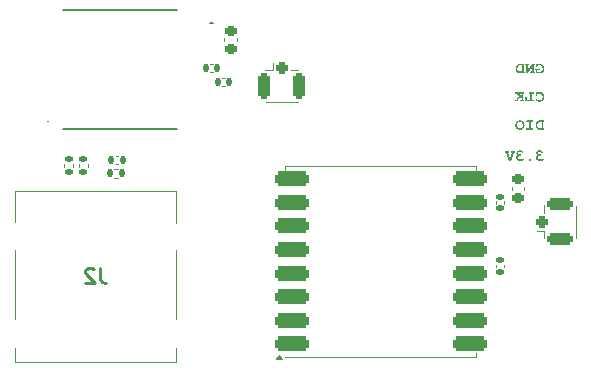
<source format=gbr>
%TF.GenerationSoftware,KiCad,Pcbnew,8.0.6*%
%TF.CreationDate,2024-11-10T20:59:16-05:00*%
%TF.ProjectId,VanguardFlightComputer,56616e67-7561-4726-9446-6c6967687443,rev?*%
%TF.SameCoordinates,Original*%
%TF.FileFunction,Legend,Bot*%
%TF.FilePolarity,Positive*%
%FSLAX46Y46*%
G04 Gerber Fmt 4.6, Leading zero omitted, Abs format (unit mm)*
G04 Created by KiCad (PCBNEW 8.0.6) date 2024-11-10 20:59:16*
%MOMM*%
%LPD*%
G01*
G04 APERTURE LIST*
G04 Aperture macros list*
%AMRoundRect*
0 Rectangle with rounded corners*
0 $1 Rounding radius*
0 $2 $3 $4 $5 $6 $7 $8 $9 X,Y pos of 4 corners*
0 Add a 4 corners polygon primitive as box body*
4,1,4,$2,$3,$4,$5,$6,$7,$8,$9,$2,$3,0*
0 Add four circle primitives for the rounded corners*
1,1,$1+$1,$2,$3*
1,1,$1+$1,$4,$5*
1,1,$1+$1,$6,$7*
1,1,$1+$1,$8,$9*
0 Add four rect primitives between the rounded corners*
20,1,$1+$1,$2,$3,$4,$5,0*
20,1,$1+$1,$4,$5,$6,$7,0*
20,1,$1+$1,$6,$7,$8,$9,0*
20,1,$1+$1,$8,$9,$2,$3,0*%
G04 Aperture macros list end*
%ADD10C,0.200000*%
%ADD11C,0.254000*%
%ADD12C,0.100000*%
%ADD13C,0.120000*%
%ADD14R,0.800000X1.200000*%
%ADD15R,1.500000X2.000000*%
%ADD16R,1.800000X0.700000*%
%ADD17R,1.800000X0.800000*%
%ADD18O,2.100000X1.100000*%
%ADD19O,2.600000X1.100000*%
%ADD20R,0.650000X0.700000*%
%ADD21C,2.600000*%
%ADD22C,3.800000*%
%ADD23R,1.700000X1.700000*%
%ADD24O,1.700000X1.700000*%
%ADD25RoundRect,0.250000X-0.250000X0.275000X-0.250000X-0.275000X0.250000X-0.275000X0.250000X0.275000X0*%
%ADD26RoundRect,0.250000X-0.275000X0.850000X-0.275000X-0.850000X0.275000X-0.850000X0.275000X0.850000X0*%
%ADD27RoundRect,0.140000X-0.170000X0.140000X-0.170000X-0.140000X0.170000X-0.140000X0.170000X0.140000X0*%
%ADD28RoundRect,0.140000X-0.140000X-0.170000X0.140000X-0.170000X0.140000X0.170000X-0.140000X0.170000X0*%
%ADD29RoundRect,0.225000X-0.250000X0.225000X-0.250000X-0.225000X0.250000X-0.225000X0.250000X0.225000X0*%
%ADD30RoundRect,0.135000X-0.135000X-0.185000X0.135000X-0.185000X0.135000X0.185000X-0.135000X0.185000X0*%
%ADD31RoundRect,0.250000X-0.275000X-0.250000X0.275000X-0.250000X0.275000X0.250000X-0.275000X0.250000X0*%
%ADD32RoundRect,0.250000X-0.850000X-0.275000X0.850000X-0.275000X0.850000X0.275000X-0.850000X0.275000X0*%
%ADD33RoundRect,0.317500X-1.157500X-0.317500X1.157500X-0.317500X1.157500X0.317500X-1.157500X0.317500X0*%
%ADD34RoundRect,0.140000X0.170000X-0.140000X0.170000X0.140000X-0.170000X0.140000X-0.170000X-0.140000X0*%
%ADD35RoundRect,0.135000X-0.185000X0.135000X-0.185000X-0.135000X0.185000X-0.135000X0.185000X0.135000X0*%
%ADD36RoundRect,0.140000X0.140000X0.170000X-0.140000X0.170000X-0.140000X-0.170000X0.140000X-0.170000X0*%
G04 APERTURE END LIST*
D10*
G36*
X142712215Y-86434336D02*
G01*
X142758478Y-86452330D01*
X142762319Y-86456055D01*
X142779972Y-86503133D01*
X142779785Y-86508935D01*
X142758722Y-86554180D01*
X142741343Y-86565165D01*
X142692777Y-86573475D01*
X142692777Y-87089316D01*
X142710947Y-87090251D01*
X142758478Y-87108855D01*
X142762319Y-87112580D01*
X142779972Y-87159658D01*
X142779783Y-87165460D01*
X142758478Y-87210704D01*
X142736020Y-87223197D01*
X142685938Y-87230000D01*
X142402861Y-87230000D01*
X142369733Y-87229248D01*
X142320846Y-87224920D01*
X142271906Y-87215454D01*
X142225052Y-87199225D01*
X142214153Y-87193936D01*
X142171649Y-87167982D01*
X142132728Y-87137676D01*
X142109265Y-87115282D01*
X142078594Y-87076023D01*
X142053349Y-87029965D01*
X142036106Y-86982179D01*
X142026021Y-86929834D01*
X142023063Y-86878290D01*
X142023063Y-86814054D01*
X142023111Y-86810879D01*
X142163991Y-86810879D01*
X142163991Y-86873161D01*
X142164683Y-86895244D01*
X142172956Y-86946465D01*
X142192323Y-86991618D01*
X142197830Y-87000041D01*
X142232578Y-87037901D01*
X142275854Y-87066845D01*
X142299790Y-87076676D01*
X142349625Y-87086660D01*
X142402372Y-87089316D01*
X142552093Y-87089316D01*
X142552093Y-86573475D01*
X142403838Y-86573475D01*
X142376604Y-86574436D01*
X142327442Y-86582130D01*
X142279030Y-86600830D01*
X142251795Y-86619849D01*
X142217946Y-86656509D01*
X142189392Y-86701458D01*
X142184853Y-86710388D01*
X142168853Y-86759160D01*
X142163991Y-86810879D01*
X142023111Y-86810879D01*
X142023323Y-86796808D01*
X142027750Y-86745451D01*
X142039672Y-86695108D01*
X142042884Y-86685988D01*
X142063259Y-86640196D01*
X142088764Y-86597166D01*
X142116767Y-86558017D01*
X142151535Y-86519497D01*
X142167374Y-86505947D01*
X142211412Y-86477938D01*
X142257048Y-86457948D01*
X142289975Y-86447262D01*
X142340109Y-86436958D01*
X142391137Y-86433524D01*
X142685938Y-86432791D01*
X142712215Y-86434336D01*
G37*
G36*
X141467166Y-86573475D02*
G01*
X141467166Y-87089316D01*
X141325017Y-87089316D01*
X141275022Y-87096204D01*
X141252721Y-87108855D01*
X141231175Y-87153857D01*
X141230983Y-87159658D01*
X141247626Y-87205632D01*
X141252721Y-87210704D01*
X141298759Y-87228473D01*
X141325017Y-87230000D01*
X141750244Y-87230000D01*
X141800325Y-87223197D01*
X141822784Y-87210704D01*
X141844088Y-87165460D01*
X141844277Y-87159658D01*
X141826625Y-87112580D01*
X141822784Y-87108855D01*
X141776521Y-87090861D01*
X141750244Y-87089316D01*
X141608094Y-87089316D01*
X141608094Y-86573475D01*
X141750244Y-86573475D01*
X141800325Y-86566672D01*
X141822784Y-86554180D01*
X141844088Y-86508935D01*
X141844277Y-86503133D01*
X141826625Y-86456055D01*
X141822784Y-86452330D01*
X141776521Y-86434336D01*
X141750244Y-86432791D01*
X141325017Y-86432791D01*
X141275022Y-86439679D01*
X141252721Y-86452330D01*
X141231175Y-86497332D01*
X141230983Y-86503133D01*
X141247626Y-86549108D01*
X141252721Y-86554180D01*
X141298759Y-86571948D01*
X141325017Y-86573475D01*
X141467166Y-86573475D01*
G37*
G36*
X140714577Y-86417543D02*
G01*
X140765808Y-86423296D01*
X140815098Y-86435953D01*
X140862448Y-86455513D01*
X140907857Y-86481977D01*
X140951325Y-86515345D01*
X140968302Y-86530920D01*
X141005952Y-86572304D01*
X141036757Y-86617183D01*
X141060716Y-86665555D01*
X141077830Y-86717422D01*
X141088098Y-86772784D01*
X141091521Y-86831639D01*
X141090973Y-86855599D01*
X141084812Y-86913035D01*
X141071806Y-86966954D01*
X141051954Y-87017354D01*
X141025257Y-87064236D01*
X140991714Y-87107600D01*
X140951325Y-87147445D01*
X140937051Y-87159335D01*
X140892936Y-87190402D01*
X140846880Y-87214564D01*
X140798884Y-87231824D01*
X140748946Y-87242179D01*
X140697069Y-87245631D01*
X140658513Y-87243788D01*
X140602868Y-87234111D01*
X140549851Y-87216139D01*
X140499462Y-87189872D01*
X140459478Y-87161647D01*
X140421318Y-87127662D01*
X140406885Y-87112652D01*
X140374876Y-87073092D01*
X140348687Y-87030621D01*
X140328317Y-86985240D01*
X140313768Y-86936950D01*
X140305038Y-86885750D01*
X140302128Y-86831639D01*
X140443056Y-86831639D01*
X140443132Y-86839018D01*
X140447910Y-86888411D01*
X140462473Y-86940022D01*
X140486745Y-86986474D01*
X140520725Y-87027766D01*
X140550515Y-87053996D01*
X140592586Y-87080527D01*
X140643127Y-87098842D01*
X140697069Y-87104947D01*
X140739138Y-87101231D01*
X140790308Y-87085530D01*
X140833036Y-87061258D01*
X140873168Y-87027278D01*
X140877931Y-87022384D01*
X140910595Y-86980401D01*
X140933580Y-86933381D01*
X140946888Y-86881323D01*
X140950593Y-86831639D01*
X140950517Y-86824320D01*
X140945754Y-86775265D01*
X140931236Y-86723867D01*
X140907041Y-86677446D01*
X140873168Y-86636001D01*
X140843312Y-86609439D01*
X140801233Y-86582573D01*
X140750793Y-86564026D01*
X140697069Y-86557843D01*
X140654820Y-86561560D01*
X140603524Y-86577260D01*
X140560781Y-86601532D01*
X140520725Y-86635512D01*
X140515947Y-86640407D01*
X140483180Y-86682428D01*
X140460122Y-86729548D01*
X140446773Y-86781766D01*
X140443056Y-86831639D01*
X140302128Y-86831639D01*
X140302593Y-86809588D01*
X140307831Y-86756521D01*
X140318889Y-86706400D01*
X140335767Y-86659225D01*
X140358464Y-86614995D01*
X140386981Y-86573711D01*
X140421318Y-86535373D01*
X140443995Y-86514247D01*
X140483249Y-86483654D01*
X140532763Y-86454563D01*
X140584904Y-86433783D01*
X140639672Y-86421315D01*
X140697069Y-86417159D01*
X140714577Y-86417543D01*
G37*
G36*
X142176936Y-89374242D02*
G01*
X142137701Y-89403814D01*
X142103458Y-89439563D01*
X142083635Y-89468764D01*
X142063552Y-89514559D01*
X142053707Y-89564627D01*
X142052616Y-89589176D01*
X142058387Y-89641520D01*
X142075697Y-89690842D01*
X142093649Y-89722044D01*
X142126049Y-89760502D01*
X142167165Y-89791919D01*
X142212107Y-89814368D01*
X142259484Y-89829480D01*
X142308020Y-89838762D01*
X142362600Y-89844135D01*
X142415317Y-89845631D01*
X142464405Y-89844415D01*
X142518101Y-89839743D01*
X142573561Y-89829866D01*
X142621284Y-89815220D01*
X142661270Y-89795806D01*
X142698398Y-89760729D01*
X142707187Y-89728639D01*
X142690538Y-89682495D01*
X142686915Y-89678569D01*
X142641391Y-89658133D01*
X142637822Y-89658053D01*
X142596545Y-89670753D01*
X142551543Y-89692768D01*
X142539637Y-89696154D01*
X142490666Y-89702749D01*
X142439547Y-89704870D01*
X142426308Y-89704947D01*
X142375808Y-89703521D01*
X142326052Y-89698400D01*
X142275791Y-89686760D01*
X142248499Y-89675150D01*
X142209054Y-89641794D01*
X142193598Y-89594266D01*
X142193545Y-89590886D01*
X142206043Y-89541656D01*
X142225540Y-89513217D01*
X142262787Y-89479938D01*
X142307688Y-89456615D01*
X142311025Y-89455331D01*
X142359171Y-89444460D01*
X142410764Y-89439493D01*
X142415317Y-89439211D01*
X142462954Y-89423394D01*
X142469295Y-89417718D01*
X142488083Y-89371379D01*
X142488101Y-89369602D01*
X142471251Y-89322974D01*
X142467585Y-89319043D01*
X142423026Y-89298848D01*
X142415317Y-89298527D01*
X142366464Y-89298387D01*
X142340334Y-89297794D01*
X142292463Y-89284918D01*
X142285624Y-89281674D01*
X142246701Y-89251290D01*
X142241172Y-89244061D01*
X142224385Y-89197893D01*
X142224319Y-89194724D01*
X142241359Y-89146458D01*
X142263886Y-89124870D01*
X142309621Y-89103658D01*
X142358651Y-89096039D01*
X142382344Y-89095317D01*
X142435710Y-89100263D01*
X142486124Y-89117360D01*
X142527187Y-89146669D01*
X142537683Y-89157843D01*
X142563084Y-89181046D01*
X142595324Y-89189106D01*
X142642279Y-89170645D01*
X142644905Y-89168101D01*
X142665101Y-89123435D01*
X142665422Y-89115833D01*
X142649607Y-89067962D01*
X142613468Y-89030145D01*
X142602163Y-89021556D01*
X142559681Y-88995479D01*
X142512804Y-88975808D01*
X142461533Y-88962541D01*
X142405868Y-88955679D01*
X142372086Y-88954633D01*
X142317491Y-88958011D01*
X142267828Y-88968144D01*
X142217109Y-88987996D01*
X142172833Y-89016672D01*
X142162770Y-89025219D01*
X142128148Y-89062314D01*
X142101023Y-89108351D01*
X142086417Y-89158948D01*
X142083635Y-89195212D01*
X142089497Y-89245099D01*
X142107083Y-89291688D01*
X142136147Y-89334675D01*
X142171196Y-89369483D01*
X142176936Y-89374242D01*
G37*
G36*
X141430286Y-89751842D02*
G01*
X141443677Y-89800685D01*
X141458618Y-89818764D01*
X141502028Y-89841853D01*
X141536043Y-89845631D01*
X141584901Y-89837130D01*
X141613712Y-89818764D01*
X141639057Y-89775589D01*
X141641800Y-89751842D01*
X141628524Y-89702999D01*
X141613712Y-89684919D01*
X141570092Y-89661831D01*
X141536043Y-89658053D01*
X141487262Y-89666553D01*
X141458618Y-89684919D01*
X141433052Y-89728095D01*
X141430286Y-89751842D01*
G37*
G36*
X140496545Y-89374242D02*
G01*
X140457310Y-89403814D01*
X140423067Y-89439563D01*
X140403244Y-89468764D01*
X140383161Y-89514559D01*
X140373316Y-89564627D01*
X140372226Y-89589176D01*
X140377996Y-89641520D01*
X140395307Y-89690842D01*
X140413258Y-89722044D01*
X140445658Y-89760502D01*
X140486775Y-89791919D01*
X140531716Y-89814368D01*
X140579093Y-89829480D01*
X140627629Y-89838762D01*
X140682209Y-89844135D01*
X140734926Y-89845631D01*
X140784015Y-89844415D01*
X140837710Y-89839743D01*
X140893170Y-89829866D01*
X140940893Y-89815220D01*
X140980879Y-89795806D01*
X141018008Y-89760729D01*
X141026796Y-89728639D01*
X141010147Y-89682495D01*
X141006524Y-89678569D01*
X140961001Y-89658133D01*
X140957431Y-89658053D01*
X140916154Y-89670753D01*
X140871152Y-89692768D01*
X140859246Y-89696154D01*
X140810275Y-89702749D01*
X140759156Y-89704870D01*
X140745917Y-89704947D01*
X140695418Y-89703521D01*
X140645661Y-89698400D01*
X140595400Y-89686760D01*
X140568108Y-89675150D01*
X140528663Y-89641794D01*
X140513207Y-89594266D01*
X140513154Y-89590886D01*
X140525652Y-89541656D01*
X140545150Y-89513217D01*
X140582397Y-89479938D01*
X140627298Y-89456615D01*
X140630635Y-89455331D01*
X140678780Y-89444460D01*
X140730373Y-89439493D01*
X140734926Y-89439211D01*
X140782563Y-89423394D01*
X140788904Y-89417718D01*
X140807692Y-89371379D01*
X140807711Y-89369602D01*
X140790861Y-89322974D01*
X140787194Y-89319043D01*
X140742635Y-89298848D01*
X140734926Y-89298527D01*
X140686073Y-89298387D01*
X140659944Y-89297794D01*
X140612072Y-89284918D01*
X140605233Y-89281674D01*
X140566310Y-89251290D01*
X140560781Y-89244061D01*
X140543994Y-89197893D01*
X140543928Y-89194724D01*
X140560969Y-89146458D01*
X140583496Y-89124870D01*
X140629230Y-89103658D01*
X140678260Y-89096039D01*
X140701953Y-89095317D01*
X140755320Y-89100263D01*
X140805733Y-89117360D01*
X140846796Y-89146669D01*
X140857292Y-89157843D01*
X140882693Y-89181046D01*
X140914933Y-89189106D01*
X140961888Y-89170645D01*
X140964515Y-89168101D01*
X140984710Y-89123435D01*
X140985031Y-89115833D01*
X140969216Y-89067962D01*
X140933077Y-89030145D01*
X140921772Y-89021556D01*
X140879290Y-88995479D01*
X140832413Y-88975808D01*
X140781143Y-88962541D01*
X140725477Y-88955679D01*
X140691695Y-88954633D01*
X140637100Y-88958011D01*
X140587437Y-88968144D01*
X140536718Y-88987996D01*
X140492442Y-89016672D01*
X140482379Y-89025219D01*
X140447758Y-89062314D01*
X140420632Y-89108351D01*
X140406027Y-89158948D01*
X140403244Y-89195212D01*
X140409106Y-89245099D01*
X140426692Y-89291688D01*
X140455757Y-89334675D01*
X140490806Y-89369483D01*
X140496545Y-89374242D01*
G37*
G36*
X139857606Y-89633384D02*
G01*
X139653663Y-89173475D01*
X139685903Y-89173475D01*
X139735985Y-89166672D01*
X139758443Y-89154180D01*
X139779748Y-89108935D01*
X139779937Y-89103133D01*
X139762284Y-89056055D01*
X139758443Y-89052330D01*
X139712181Y-89034336D01*
X139685903Y-89032791D01*
X139497103Y-89032791D01*
X139446904Y-89039679D01*
X139424563Y-89052330D01*
X139403017Y-89097332D01*
X139402826Y-89103133D01*
X139422951Y-89148934D01*
X139435799Y-89160530D01*
X139483364Y-89173020D01*
X139500523Y-89173475D01*
X139789706Y-89830000D01*
X139925017Y-89830000D01*
X140213468Y-89173475D01*
X140262068Y-89168323D01*
X140278681Y-89160286D01*
X140309045Y-89120392D01*
X140311653Y-89103133D01*
X140293801Y-89056055D01*
X140289916Y-89052330D01*
X140243878Y-89034336D01*
X140217620Y-89032791D01*
X140027355Y-89032791D01*
X139977767Y-89039679D01*
X139955547Y-89052330D01*
X139934001Y-89097332D01*
X139933810Y-89103133D01*
X139951462Y-89150411D01*
X139955303Y-89154180D01*
X140001116Y-89171948D01*
X140027355Y-89173475D01*
X140060327Y-89173475D01*
X139857606Y-89633384D01*
G37*
G36*
X142156908Y-84079685D02*
G01*
X142128576Y-84044515D01*
X142095115Y-84032791D01*
X142048321Y-84049841D01*
X142044556Y-84053551D01*
X142026238Y-84100400D01*
X142025017Y-84123161D01*
X142025017Y-84238688D01*
X142031905Y-84287287D01*
X142044556Y-84309030D01*
X142089400Y-84329608D01*
X142095115Y-84329790D01*
X142140544Y-84315380D01*
X142163732Y-84270660D01*
X142165945Y-84261158D01*
X142185240Y-84220125D01*
X142226516Y-84190528D01*
X142263886Y-84174940D01*
X142314323Y-84162117D01*
X142365003Y-84157843D01*
X142414708Y-84162035D01*
X142464449Y-84175927D01*
X142481263Y-84183244D01*
X142525087Y-84211548D01*
X142561595Y-84248713D01*
X142574563Y-84265799D01*
X142599270Y-84311537D01*
X142611901Y-84358834D01*
X142615108Y-84401353D01*
X142615108Y-84485617D01*
X142609273Y-84535920D01*
X142589104Y-84586056D01*
X142558634Y-84625999D01*
X142541346Y-84642177D01*
X142500771Y-84669639D01*
X142453053Y-84689255D01*
X142398189Y-84701024D01*
X142344324Y-84704886D01*
X142336182Y-84704947D01*
X142285138Y-84702321D01*
X142235971Y-84693465D01*
X142203558Y-84682721D01*
X142160417Y-84655112D01*
X142136392Y-84631919D01*
X142101953Y-84602365D01*
X142073866Y-84595526D01*
X142028331Y-84613379D01*
X142024284Y-84617264D01*
X142003222Y-84662640D01*
X142003035Y-84668066D01*
X142019247Y-84714595D01*
X142031856Y-84731081D01*
X142069939Y-84767344D01*
X142112105Y-84794736D01*
X142139811Y-84808018D01*
X142191131Y-84826200D01*
X142239182Y-84837366D01*
X142289523Y-84843831D01*
X142335450Y-84845631D01*
X142388980Y-84843294D01*
X142440149Y-84836281D01*
X142488957Y-84824594D01*
X142535404Y-84808231D01*
X142560886Y-84796782D01*
X142604605Y-84771226D01*
X142644537Y-84738522D01*
X142680683Y-84698669D01*
X142699127Y-84673440D01*
X142724025Y-84630346D01*
X142743531Y-84579567D01*
X142754035Y-84526353D01*
X142756036Y-84489525D01*
X142756036Y-84399155D01*
X142752845Y-84348002D01*
X142743274Y-84298588D01*
X142727322Y-84250915D01*
X142704989Y-84204982D01*
X142676886Y-84162499D01*
X142643867Y-84125176D01*
X142605933Y-84093012D01*
X142563084Y-84066008D01*
X142516983Y-84044637D01*
X142469539Y-84029371D01*
X142420751Y-84020212D01*
X142370621Y-84017159D01*
X142318521Y-84020105D01*
X142269508Y-84028940D01*
X142256071Y-84032547D01*
X142207764Y-84050568D01*
X142162676Y-84075780D01*
X142156908Y-84079685D01*
G37*
G36*
X141596371Y-84173475D02*
G01*
X141596371Y-84689316D01*
X141292777Y-84689316D01*
X141292777Y-84548632D01*
X141285888Y-84498840D01*
X141273237Y-84476580D01*
X141227793Y-84455034D01*
X141221946Y-84454842D01*
X141175395Y-84472695D01*
X141171632Y-84476580D01*
X141153414Y-84522492D01*
X141151849Y-84548632D01*
X141151849Y-84830000D01*
X141818876Y-84830000D01*
X141869161Y-84823197D01*
X141891660Y-84810704D01*
X141912965Y-84765460D01*
X141913154Y-84759658D01*
X141895501Y-84712580D01*
X141891660Y-84708855D01*
X141845271Y-84690861D01*
X141818876Y-84689316D01*
X141737299Y-84689316D01*
X141737299Y-84173475D01*
X141818876Y-84173475D01*
X141869161Y-84166672D01*
X141891660Y-84154180D01*
X141912965Y-84108935D01*
X141913154Y-84103133D01*
X141895501Y-84056055D01*
X141891660Y-84052330D01*
X141845271Y-84034336D01*
X141818876Y-84032791D01*
X141514061Y-84032791D01*
X141463979Y-84039679D01*
X141441521Y-84052330D01*
X141419974Y-84097332D01*
X141419783Y-84103133D01*
X141436426Y-84149108D01*
X141441521Y-84154180D01*
X141487784Y-84171948D01*
X141514061Y-84173475D01*
X141596371Y-84173475D01*
G37*
G36*
X140844103Y-84509797D02*
G01*
X140844103Y-84689316D01*
X140793300Y-84689316D01*
X140743305Y-84696204D01*
X140721004Y-84708855D01*
X140699458Y-84753857D01*
X140699267Y-84759658D01*
X140715910Y-84805632D01*
X140721004Y-84810704D01*
X140767042Y-84828473D01*
X140793300Y-84830000D01*
X141007013Y-84830000D01*
X141057094Y-84823197D01*
X141079553Y-84810704D01*
X141100857Y-84765460D01*
X141101046Y-84759658D01*
X141082993Y-84712580D01*
X141079064Y-84708855D01*
X141032955Y-84690861D01*
X141007013Y-84689316D01*
X140985031Y-84689316D01*
X140985031Y-84173475D01*
X141007013Y-84173475D01*
X141057094Y-84166672D01*
X141079553Y-84154180D01*
X141100857Y-84108935D01*
X141101046Y-84103133D01*
X141083394Y-84056055D01*
X141079553Y-84052330D01*
X141033290Y-84034336D01*
X141007013Y-84032791D01*
X140793300Y-84032791D01*
X140743305Y-84039679D01*
X140721004Y-84052330D01*
X140699458Y-84097332D01*
X140699267Y-84103133D01*
X140715910Y-84149108D01*
X140721004Y-84154180D01*
X140767042Y-84171948D01*
X140793300Y-84173475D01*
X140844103Y-84173475D01*
X140844103Y-84345422D01*
X140593998Y-84173475D01*
X140624284Y-84158087D01*
X140632588Y-84110949D01*
X140617287Y-84063692D01*
X140611095Y-84056238D01*
X140564832Y-84034646D01*
X140538555Y-84032791D01*
X140394940Y-84032791D01*
X140344859Y-84039679D01*
X140322400Y-84052330D01*
X140300853Y-84097332D01*
X140300662Y-84103133D01*
X140317305Y-84149108D01*
X140322400Y-84154180D01*
X140368608Y-84172269D01*
X140390055Y-84173475D01*
X140642847Y-84355680D01*
X140599436Y-84385547D01*
X140561835Y-84419647D01*
X140525625Y-84460586D01*
X140509979Y-84480976D01*
X140479723Y-84525505D01*
X140454702Y-84568600D01*
X140431037Y-84615551D01*
X140408727Y-84666360D01*
X140399581Y-84689316D01*
X140361967Y-84689316D01*
X140312380Y-84696204D01*
X140290160Y-84708855D01*
X140268613Y-84753857D01*
X140268422Y-84759658D01*
X140286075Y-84806935D01*
X140289916Y-84810704D01*
X140335729Y-84828473D01*
X140361967Y-84830000D01*
X140489706Y-84830000D01*
X140509338Y-84782595D01*
X140529764Y-84736126D01*
X140550985Y-84690592D01*
X140573001Y-84645993D01*
X140585938Y-84620928D01*
X140612070Y-84574693D01*
X140639824Y-84533753D01*
X140666538Y-84503203D01*
X140705532Y-84471847D01*
X140751074Y-84446931D01*
X140757641Y-84444096D01*
X140844103Y-84509797D01*
G37*
G36*
X142023063Y-82179895D02*
G01*
X142023063Y-82360390D01*
X142069026Y-82382998D01*
X142116466Y-82403797D01*
X142163874Y-82421152D01*
X142185484Y-82427557D01*
X142237188Y-82438571D01*
X142287237Y-82444201D01*
X142330076Y-82445631D01*
X142383062Y-82443723D01*
X142434063Y-82437998D01*
X142483079Y-82428458D01*
X142530111Y-82415101D01*
X142576039Y-82397538D01*
X142621015Y-82373060D01*
X142643684Y-82355994D01*
X142678800Y-82318080D01*
X142706964Y-82275238D01*
X142720376Y-82250237D01*
X142738795Y-82204804D01*
X142750391Y-82156127D01*
X142755167Y-82104206D01*
X142755303Y-82093433D01*
X142755303Y-81997201D01*
X142752281Y-81948197D01*
X142741114Y-81893565D01*
X142721720Y-81841668D01*
X142694097Y-81792506D01*
X142669330Y-81759064D01*
X142631270Y-81718184D01*
X142589144Y-81684232D01*
X142542952Y-81657209D01*
X142492692Y-81637115D01*
X142438366Y-81623950D01*
X142379973Y-81617714D01*
X142355478Y-81617159D01*
X142306163Y-81620151D01*
X142255817Y-81629997D01*
X142246057Y-81632791D01*
X142198465Y-81650880D01*
X142153235Y-81675839D01*
X142147383Y-81679685D01*
X142116170Y-81641767D01*
X142092428Y-81632791D01*
X142046035Y-81650443D01*
X142042358Y-81654284D01*
X142024589Y-81700574D01*
X142023063Y-81727069D01*
X142023063Y-81819148D01*
X142029951Y-81869724D01*
X142042602Y-81892421D01*
X142087446Y-81913968D01*
X142093161Y-81914159D01*
X142135659Y-81899260D01*
X142158618Y-81854563D01*
X142178167Y-81809283D01*
X142179623Y-81807669D01*
X142223541Y-81780833D01*
X142245324Y-81772986D01*
X142295150Y-81761629D01*
X142347185Y-81757858D01*
X142350837Y-81757843D01*
X142401050Y-81760944D01*
X142451325Y-81771517D01*
X142496406Y-81789595D01*
X142536119Y-81819251D01*
X142568106Y-81857368D01*
X142577494Y-81871416D01*
X142600117Y-81916490D01*
X142612299Y-81964518D01*
X142614619Y-81998178D01*
X142614619Y-82091967D01*
X142610528Y-82141091D01*
X142596145Y-82188837D01*
X142568019Y-82232553D01*
X142549162Y-82250725D01*
X142506100Y-82276936D01*
X142457572Y-82293033D01*
X142407196Y-82301558D01*
X142358137Y-82304735D01*
X142340579Y-82304947D01*
X142287408Y-82302687D01*
X142236981Y-82295905D01*
X142189297Y-82284603D01*
X142163991Y-82276371D01*
X142163991Y-82179895D01*
X142307362Y-82179895D01*
X142357647Y-82173093D01*
X142380146Y-82160600D01*
X142401451Y-82115355D01*
X142401639Y-82109553D01*
X142383987Y-82062476D01*
X142380146Y-82058750D01*
X142333757Y-82040757D01*
X142307362Y-82039211D01*
X142057501Y-82039211D01*
X142007420Y-82046099D01*
X141984961Y-82058750D01*
X141963415Y-82103753D01*
X141963224Y-82109553D01*
X141976318Y-82158110D01*
X141978122Y-82160600D01*
X142023063Y-82179895D01*
G37*
G36*
X141713852Y-81887292D02*
G01*
X141713852Y-82289316D01*
X141663049Y-82289316D01*
X141613054Y-82296204D01*
X141590753Y-82308855D01*
X141569207Y-82353857D01*
X141569016Y-82359658D01*
X141585658Y-82405632D01*
X141590753Y-82410704D01*
X141636791Y-82428473D01*
X141663049Y-82430000D01*
X141847941Y-82430000D01*
X141898022Y-82423197D01*
X141920481Y-82410704D01*
X141941785Y-82365460D01*
X141941974Y-82359658D01*
X141924523Y-82312580D01*
X141920725Y-82308855D01*
X141873129Y-82290251D01*
X141854780Y-82289316D01*
X141854780Y-81773475D01*
X141876762Y-81773475D01*
X141926843Y-81766672D01*
X141949302Y-81754180D01*
X141970606Y-81708935D01*
X141970795Y-81703133D01*
X141953143Y-81656055D01*
X141949302Y-81652330D01*
X141903039Y-81634336D01*
X141876762Y-81632791D01*
X141713852Y-81632791D01*
X141353838Y-82173545D01*
X141353838Y-81773475D01*
X141404640Y-81773475D01*
X141454926Y-81766672D01*
X141477424Y-81754180D01*
X141498729Y-81708935D01*
X141498918Y-81703133D01*
X141481266Y-81656055D01*
X141477424Y-81652330D01*
X141431036Y-81634336D01*
X141404640Y-81632791D01*
X141219993Y-81632791D01*
X141169997Y-81639679D01*
X141147697Y-81652330D01*
X141126150Y-81697332D01*
X141125959Y-81703133D01*
X141143411Y-81750411D01*
X141147208Y-81754180D01*
X141194274Y-81772551D01*
X141212421Y-81773475D01*
X141212421Y-82430000D01*
X141351884Y-82430000D01*
X141713852Y-81887292D01*
G37*
G36*
X141031825Y-81634336D02*
G01*
X141078087Y-81652330D01*
X141081929Y-81656055D01*
X141099581Y-81703133D01*
X141099394Y-81708935D01*
X141078332Y-81754180D01*
X141060952Y-81765165D01*
X141012386Y-81773475D01*
X141012386Y-82289316D01*
X141030557Y-82290251D01*
X141078087Y-82308855D01*
X141081929Y-82312580D01*
X141099581Y-82359658D01*
X141099392Y-82365460D01*
X141078087Y-82410704D01*
X141055629Y-82423197D01*
X141005547Y-82430000D01*
X140722470Y-82430000D01*
X140689342Y-82429248D01*
X140640455Y-82424920D01*
X140591516Y-82415454D01*
X140544661Y-82399225D01*
X140533762Y-82393936D01*
X140491258Y-82367982D01*
X140452337Y-82337676D01*
X140428875Y-82315282D01*
X140398203Y-82276023D01*
X140372958Y-82229965D01*
X140355715Y-82182179D01*
X140345630Y-82129834D01*
X140342672Y-82078290D01*
X140342672Y-82014054D01*
X140342720Y-82010879D01*
X140483600Y-82010879D01*
X140483600Y-82073161D01*
X140484292Y-82095244D01*
X140492565Y-82146465D01*
X140511933Y-82191618D01*
X140517439Y-82200041D01*
X140552187Y-82237901D01*
X140595464Y-82266845D01*
X140619399Y-82276676D01*
X140669234Y-82286660D01*
X140721981Y-82289316D01*
X140871702Y-82289316D01*
X140871702Y-81773475D01*
X140723447Y-81773475D01*
X140696213Y-81774436D01*
X140647051Y-81782130D01*
X140598639Y-81800830D01*
X140571404Y-81819849D01*
X140537555Y-81856509D01*
X140509002Y-81901458D01*
X140504462Y-81910388D01*
X140488462Y-81959160D01*
X140483600Y-82010879D01*
X140342720Y-82010879D01*
X140342932Y-81996808D01*
X140347360Y-81945451D01*
X140359281Y-81895108D01*
X140362493Y-81885988D01*
X140382868Y-81840196D01*
X140408374Y-81797166D01*
X140436377Y-81758017D01*
X140471144Y-81719497D01*
X140486983Y-81705947D01*
X140531022Y-81677938D01*
X140576657Y-81657948D01*
X140609584Y-81647262D01*
X140659719Y-81636958D01*
X140710746Y-81633524D01*
X141005547Y-81632791D01*
X141031825Y-81634336D01*
G37*
D11*
X105173332Y-98929318D02*
X105173332Y-99836461D01*
X105173332Y-99836461D02*
X105233809Y-100017889D01*
X105233809Y-100017889D02*
X105354761Y-100138842D01*
X105354761Y-100138842D02*
X105536190Y-100199318D01*
X105536190Y-100199318D02*
X105657142Y-100199318D01*
X104629047Y-99050270D02*
X104568571Y-98989794D01*
X104568571Y-98989794D02*
X104447618Y-98929318D01*
X104447618Y-98929318D02*
X104145237Y-98929318D01*
X104145237Y-98929318D02*
X104024285Y-98989794D01*
X104024285Y-98989794D02*
X103963809Y-99050270D01*
X103963809Y-99050270D02*
X103903332Y-99171222D01*
X103903332Y-99171222D02*
X103903332Y-99292175D01*
X103903332Y-99292175D02*
X103963809Y-99473603D01*
X103963809Y-99473603D02*
X104689523Y-100199318D01*
X104689523Y-100199318D02*
X103903332Y-100199318D01*
D12*
%TO.C,J2*%
X111550000Y-92400000D02*
X111550000Y-95125000D01*
X97950000Y-92400000D02*
X111550000Y-92400000D01*
X97950000Y-95025000D02*
X97950000Y-92400000D01*
X111550000Y-103225000D02*
X111550000Y-97425000D01*
X97950000Y-103225000D02*
X97950000Y-97425000D01*
X111550000Y-106850000D02*
X111550000Y-105725000D01*
X97950000Y-106850000D02*
X111550000Y-106850000D01*
X97950000Y-105725000D02*
X97950000Y-106850000D01*
X97975000Y-102225000D02*
X97975000Y-102225000D01*
X97975000Y-102325000D02*
X97975000Y-102325000D01*
X97975000Y-102225000D02*
G75*
G02*
X97975000Y-102325000I0J-50000D01*
G01*
X97975000Y-102325000D02*
G75*
G02*
X97975000Y-102225000I0J50000D01*
G01*
%TO.C,IC3*%
X100650000Y-86500000D02*
X100650000Y-86500000D01*
X100750000Y-86500000D02*
X100750000Y-86500000D01*
D10*
X111650000Y-87150000D02*
X102050000Y-87150000D01*
X111650000Y-77050000D02*
X102050000Y-77050000D01*
D12*
X100650000Y-86500000D02*
G75*
G02*
X100750000Y-86500000I50000J0D01*
G01*
X100750000Y-86500000D02*
G75*
G02*
X100650000Y-86500000I-50000J0D01*
G01*
D10*
%TO.C,D2*%
X114750000Y-78200000D02*
X114450000Y-78200000D01*
D13*
%TO.C,J3*%
X119765000Y-81535000D02*
X119765000Y-82165000D01*
X119765000Y-82165000D02*
X119125000Y-82165000D01*
X121285000Y-82165000D02*
X121925000Y-82165000D01*
X121875000Y-84885000D02*
X119175000Y-84885000D01*
%TO.C,C39*%
X138640000Y-93507836D02*
X138640000Y-93292164D01*
X139360000Y-93507836D02*
X139360000Y-93292164D01*
%TO.C,C28*%
X106707836Y-89440000D02*
X106492164Y-89440000D01*
X106707836Y-90160000D02*
X106492164Y-90160000D01*
%TO.C,FB2*%
X115690000Y-79740580D02*
X115690000Y-79459420D01*
X116710000Y-79740580D02*
X116710000Y-79459420D01*
%TO.C,R6*%
X106667795Y-90513046D02*
X106360513Y-90513046D01*
X106667795Y-91273046D02*
X106360513Y-91273046D01*
%TO.C,C29*%
X115707836Y-82840000D02*
X115492164Y-82840000D01*
X115707836Y-83560000D02*
X115492164Y-83560000D01*
%TO.C,J4*%
X142135000Y-95760000D02*
X142765000Y-95760000D01*
X142765000Y-94240000D02*
X142765000Y-93600000D01*
X142765000Y-95760000D02*
X142765000Y-96400000D01*
X145485000Y-93650000D02*
X145485000Y-96350000D01*
%TO.C,U7*%
X120825000Y-90300000D02*
X120825000Y-90700000D01*
X137025000Y-90300000D02*
X120825000Y-90300000D01*
X137025000Y-90700000D02*
X137025000Y-90300000D01*
X137025000Y-106100000D02*
X137025000Y-106500000D01*
X137025000Y-106500000D02*
X120825000Y-106500000D01*
X120565000Y-106636000D02*
X120085000Y-106636000D01*
X120325000Y-106300000D01*
X120565000Y-106636000D01*
G36*
X120565000Y-106636000D02*
G01*
X120085000Y-106636000D01*
X120325000Y-106300000D01*
X120565000Y-106636000D01*
G37*
%TO.C,FB3*%
X139990000Y-92340580D02*
X139990000Y-92059420D01*
X141010000Y-92340580D02*
X141010000Y-92059420D01*
%TO.C,C38*%
X138640000Y-98642164D02*
X138640000Y-98857836D01*
X139360000Y-98642164D02*
X139360000Y-98857836D01*
%TO.C,R5*%
X103370000Y-90403641D02*
X103370000Y-90096359D01*
X104130000Y-90403641D02*
X104130000Y-90096359D01*
%TO.C,R7*%
X114492164Y-81640000D02*
X114707836Y-81640000D01*
X114492164Y-82360000D02*
X114707836Y-82360000D01*
%TO.C,R4*%
X102120000Y-90403641D02*
X102120000Y-90096359D01*
X102880000Y-90403641D02*
X102880000Y-90096359D01*
%TD*%
%LPC*%
%TO.C,J3*%
G36*
X119585000Y-82535000D02*
G01*
X121465000Y-82535000D01*
X121465000Y-84625000D01*
X119585000Y-84625000D01*
X119585000Y-82535000D01*
G37*
%TO.C,J4*%
G36*
X143135000Y-95940000D02*
G01*
X145225000Y-95940000D01*
X145225000Y-94060000D01*
X143135000Y-94060000D01*
X143135000Y-95940000D01*
G37*
%TD*%
D14*
%TO.C,J2*%
X101525000Y-102250000D03*
X102625000Y-102250000D03*
X103725000Y-102250000D03*
X104825000Y-102250000D03*
X105925000Y-102250000D03*
X107025000Y-102250000D03*
X108125000Y-102250000D03*
X109225000Y-102250000D03*
D15*
X111695000Y-104450000D03*
X97805000Y-104450000D03*
X97805000Y-96250000D03*
X111695000Y-96250000D03*
%TD*%
D16*
%TO.C,IC3*%
X102100000Y-86500000D03*
D17*
X102100000Y-85400000D03*
X102100000Y-84300000D03*
X102100000Y-83200000D03*
X102100000Y-82100000D03*
X102100000Y-81000000D03*
X102100000Y-79900000D03*
X102100000Y-78800000D03*
D16*
X102100000Y-77700000D03*
X111600000Y-77700000D03*
D17*
X111600000Y-78800000D03*
X111600000Y-79900000D03*
X111600000Y-81000000D03*
X111600000Y-82100000D03*
X111600000Y-83200000D03*
X111600000Y-84300000D03*
X111600000Y-85400000D03*
D16*
X111600000Y-86500000D03*
%TD*%
D18*
%TO.C,J1*%
X97134052Y-82180000D03*
D19*
X91774052Y-82180000D03*
D18*
X97134052Y-90820000D03*
D19*
X91774052Y-90820000D03*
%TD*%
D20*
%TO.C,D2*%
X114600000Y-77650000D03*
X114600000Y-78750000D03*
%TD*%
D21*
%TO.C,H5*%
X143500000Y-78000000D03*
D22*
X143500000Y-78000000D03*
%TD*%
D23*
%TO.C,J5*%
X144200000Y-82000000D03*
D24*
X144200000Y-84540000D03*
X144200000Y-87080000D03*
X144200000Y-89620000D03*
%TD*%
D21*
%TO.C,H6*%
X92500000Y-105000000D03*
D22*
X92500000Y-105000000D03*
%TD*%
D23*
%TO.C,J6*%
X136325000Y-77400000D03*
D24*
X138865000Y-77400000D03*
%TD*%
D22*
%TO.C,H1*%
X92500000Y-78000000D03*
D21*
X92500000Y-78000000D03*
%TD*%
D23*
%TO.C,J8*%
X92400000Y-97675000D03*
D24*
X92400000Y-95135000D03*
%TD*%
D22*
%TO.C,H7*%
X143500000Y-105000000D03*
D21*
X143500000Y-105000000D03*
%TD*%
D23*
%TO.C,J7*%
X120780000Y-77000000D03*
D24*
X123320000Y-77000000D03*
X125860000Y-77000000D03*
X128400000Y-77000000D03*
%TD*%
D25*
%TO.C,J3*%
X120525000Y-82000000D03*
D26*
X122000000Y-83525000D03*
X119050000Y-83525000D03*
%TD*%
D27*
%TO.C,C39*%
X139000000Y-92920000D03*
X139000000Y-93880000D03*
%TD*%
D28*
%TO.C,C28*%
X106120000Y-89800000D03*
X107080000Y-89800000D03*
%TD*%
D29*
%TO.C,FB2*%
X116200000Y-78825000D03*
X116200000Y-80375000D03*
%TD*%
D30*
%TO.C,R6*%
X106004154Y-90893046D03*
X107024154Y-90893046D03*
%TD*%
D28*
%TO.C,C29*%
X115120000Y-83200000D03*
X116080000Y-83200000D03*
%TD*%
D31*
%TO.C,J4*%
X142600000Y-95000000D03*
D32*
X144125000Y-93525000D03*
X144125000Y-96475000D03*
%TD*%
D33*
%TO.C,U7*%
X121400000Y-105400000D03*
X121400000Y-103400000D03*
X121400000Y-101400000D03*
X121400000Y-99400000D03*
X121400000Y-97400000D03*
X121400000Y-95400000D03*
X121400000Y-93400000D03*
X121400000Y-91400000D03*
X136450000Y-91400000D03*
X136450000Y-93400000D03*
X136450000Y-95400000D03*
X136450000Y-97400000D03*
X136450000Y-99400000D03*
X136450000Y-101400000D03*
X136450000Y-103400000D03*
X136450000Y-105400000D03*
%TD*%
D29*
%TO.C,FB3*%
X140500000Y-91425000D03*
X140500000Y-92975000D03*
%TD*%
D34*
%TO.C,C38*%
X139000000Y-99230000D03*
X139000000Y-98270000D03*
%TD*%
D35*
%TO.C,R5*%
X103750000Y-89740000D03*
X103750000Y-90760000D03*
%TD*%
D36*
%TO.C,R7*%
X115080000Y-82000000D03*
X114120000Y-82000000D03*
%TD*%
D35*
%TO.C,R4*%
X102500000Y-89740000D03*
X102500000Y-90760000D03*
%TD*%
%LPD*%
M02*

</source>
